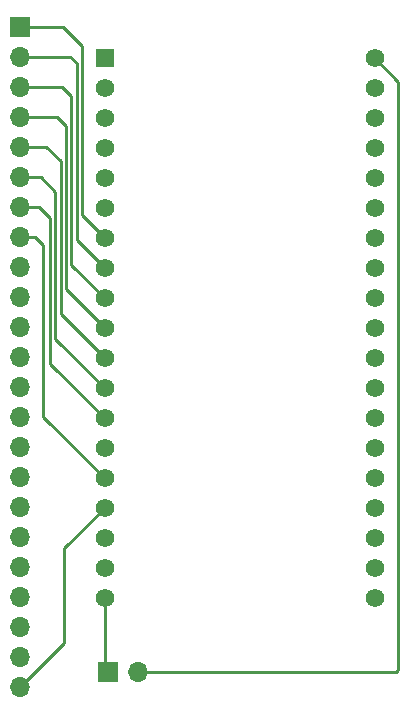
<source format=gtl>
G04 #@! TF.GenerationSoftware,KiCad,Pcbnew,8.0.4*
G04 #@! TF.CreationDate,2024-08-02T20:22:04-07:00*
G04 #@! TF.ProjectId,CHESSmate CPU,43484553-536d-4617-9465-204350552e6b,rev?*
G04 #@! TF.SameCoordinates,Original*
G04 #@! TF.FileFunction,Copper,L1,Top*
G04 #@! TF.FilePolarity,Positive*
%FSLAX46Y46*%
G04 Gerber Fmt 4.6, Leading zero omitted, Abs format (unit mm)*
G04 Created by KiCad (PCBNEW 8.0.4) date 2024-08-02 20:22:04*
%MOMM*%
%LPD*%
G01*
G04 APERTURE LIST*
G04 #@! TA.AperFunction,ComponentPad*
%ADD10R,1.700000X1.700000*%
G04 #@! TD*
G04 #@! TA.AperFunction,ComponentPad*
%ADD11O,1.700000X1.700000*%
G04 #@! TD*
G04 #@! TA.AperFunction,ComponentPad*
%ADD12R,1.560000X1.560000*%
G04 #@! TD*
G04 #@! TA.AperFunction,ComponentPad*
%ADD13C,1.560000*%
G04 #@! TD*
G04 #@! TA.AperFunction,Conductor*
%ADD14C,0.250000*%
G04 #@! TD*
G04 APERTURE END LIST*
D10*
X119225000Y-112000000D03*
D11*
X121765000Y-112000000D03*
D10*
X111750000Y-57370000D03*
D11*
X111750000Y-59910000D03*
X111750000Y-62450000D03*
X111750000Y-64990000D03*
X111750000Y-67530000D03*
X111750000Y-70070000D03*
X111750000Y-72610000D03*
X111750000Y-75150000D03*
X111750000Y-77690000D03*
X111750000Y-80230000D03*
X111750000Y-82770000D03*
X111750000Y-85310000D03*
X111750000Y-87850000D03*
X111750000Y-90390000D03*
X111750000Y-92930000D03*
X111750000Y-95470000D03*
X111750000Y-98010000D03*
X111750000Y-100550000D03*
X111750000Y-103090000D03*
X111750000Y-105630000D03*
X111750000Y-108170000D03*
X111750000Y-110710000D03*
X111750000Y-113250000D03*
D12*
X118927500Y-59994500D03*
D13*
X118927500Y-62534500D03*
X118927500Y-65074500D03*
X118927500Y-67614500D03*
X118927500Y-70154500D03*
X118927500Y-72694500D03*
X118927500Y-75234500D03*
X118927500Y-77774500D03*
X118927500Y-80314500D03*
X118927500Y-82854500D03*
X118927500Y-85394500D03*
X118927500Y-87934500D03*
X118927500Y-90474500D03*
X118927500Y-93014500D03*
X118927500Y-95554500D03*
X118927500Y-98094500D03*
X118927500Y-100634500D03*
X118927500Y-103174500D03*
X118927500Y-105714500D03*
X141787500Y-59994500D03*
X141787500Y-62534500D03*
X141787500Y-65074500D03*
X141787500Y-67614500D03*
X141787500Y-70154500D03*
X141787500Y-72694500D03*
X141787500Y-75234500D03*
X141787500Y-77774500D03*
X141787500Y-80314500D03*
X141787500Y-82854500D03*
X141787500Y-85394500D03*
X141787500Y-87934500D03*
X141787500Y-90474500D03*
X141787500Y-93014500D03*
X141787500Y-95554500D03*
X141787500Y-98094500D03*
X141787500Y-100634500D03*
X141787500Y-103174500D03*
X141787500Y-105714500D03*
D14*
X115500000Y-101522000D02*
X118927500Y-98094500D01*
X115500000Y-109500000D02*
X115500000Y-101522000D01*
X111750000Y-113250000D02*
X115500000Y-109500000D01*
X113740000Y-90367000D02*
X118927500Y-95554500D01*
X113740000Y-75860000D02*
X113740000Y-90367000D01*
X113030000Y-75150000D02*
X113740000Y-75860000D01*
X111750000Y-75150000D02*
X113030000Y-75150000D01*
X114320000Y-85867000D02*
X118927500Y-90474500D01*
X111750000Y-72610000D02*
X113380000Y-72610000D01*
X114320000Y-73550000D02*
X114320000Y-85867000D01*
X113380000Y-72610000D02*
X114320000Y-73550000D01*
X114770000Y-71330000D02*
X114770000Y-83777000D01*
X111750000Y-70070000D02*
X113510000Y-70070000D01*
X114770000Y-83777000D02*
X118927500Y-87934500D01*
X113510000Y-70070000D02*
X114770000Y-71330000D01*
X111750000Y-67530000D02*
X113990000Y-67530000D01*
X115220000Y-81687000D02*
X118927500Y-85394500D01*
X115220000Y-68760000D02*
X115220000Y-81687000D01*
X113990000Y-67530000D02*
X115220000Y-68760000D01*
X111760000Y-64980000D02*
X114890000Y-64980000D01*
X115670000Y-79597000D02*
X118927500Y-82854500D01*
X111750000Y-64990000D02*
X111760000Y-64980000D01*
X114890000Y-64980000D02*
X115670000Y-65760000D01*
X115670000Y-65760000D02*
X115670000Y-79597000D01*
X116120000Y-77507000D02*
X118927500Y-80314500D01*
X111750000Y-62450000D02*
X115320000Y-62450000D01*
X115320000Y-62450000D02*
X116120000Y-63250000D01*
X116120000Y-63250000D02*
X116120000Y-77507000D01*
X116570000Y-60460000D02*
X116570000Y-75417000D01*
X116570000Y-75417000D02*
X118927500Y-77774500D01*
X111750000Y-59910000D02*
X116020000Y-59910000D01*
X116020000Y-59910000D02*
X116570000Y-60460000D01*
X118927500Y-105714500D02*
X118905000Y-105737000D01*
X118927500Y-111702500D02*
X119225000Y-112000000D01*
X118927500Y-105714500D02*
X118927500Y-111702500D01*
X141787500Y-59994500D02*
X141787500Y-59997500D01*
X141787500Y-59997500D02*
X143780000Y-61990000D01*
X143780000Y-111830000D02*
X143610000Y-112000000D01*
X143780000Y-61990000D02*
X143780000Y-111830000D01*
X143610000Y-112000000D02*
X121765000Y-112000000D01*
X117020000Y-59010000D02*
X117020000Y-73327000D01*
X115370000Y-57360000D02*
X117020000Y-59010000D01*
X117020000Y-73327000D02*
X118927500Y-75234500D01*
X111750000Y-57370000D02*
X111760000Y-57360000D01*
X111760000Y-57360000D02*
X115370000Y-57360000D01*
M02*

</source>
